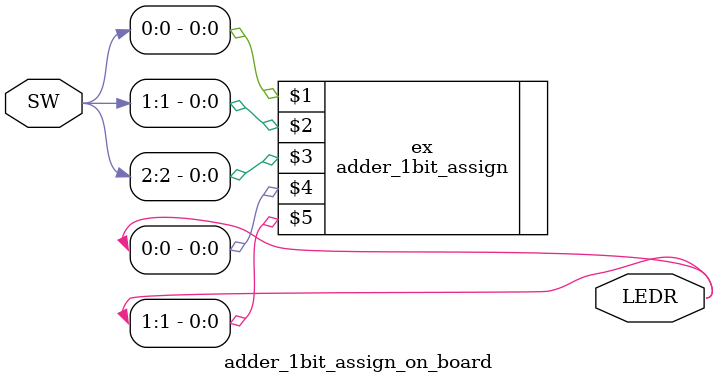
<source format=v>
module adder_1bit_assign_on_board(
	input [0:2] SW,
	output [0:1] LEDR);
	
	adder_1bit_assign ex(SW[0], SW[1], SW[2], LEDR[0], LEDR[1]);
	
endmodule

</source>
